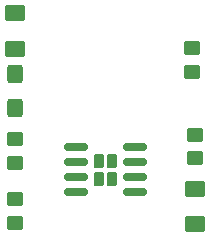
<source format=gbr>
%TF.GenerationSoftware,KiCad,Pcbnew,(6.0.10)*%
%TF.CreationDate,2023-02-16T14:38:27-08:00*%
%TF.ProjectId,lab4_ex2,6c616234-5f65-4783-922e-6b696361645f,rev?*%
%TF.SameCoordinates,Original*%
%TF.FileFunction,Paste,Top*%
%TF.FilePolarity,Positive*%
%FSLAX46Y46*%
G04 Gerber Fmt 4.6, Leading zero omitted, Abs format (unit mm)*
G04 Created by KiCad (PCBNEW (6.0.10)) date 2023-02-16 14:38:27*
%MOMM*%
%LPD*%
G01*
G04 APERTURE LIST*
G04 Aperture macros list*
%AMRoundRect*
0 Rectangle with rounded corners*
0 $1 Rounding radius*
0 $2 $3 $4 $5 $6 $7 $8 $9 X,Y pos of 4 corners*
0 Add a 4 corners polygon primitive as box body*
4,1,4,$2,$3,$4,$5,$6,$7,$8,$9,$2,$3,0*
0 Add four circle primitives for the rounded corners*
1,1,$1+$1,$2,$3*
1,1,$1+$1,$4,$5*
1,1,$1+$1,$6,$7*
1,1,$1+$1,$8,$9*
0 Add four rect primitives between the rounded corners*
20,1,$1+$1,$2,$3,$4,$5,0*
20,1,$1+$1,$4,$5,$6,$7,0*
20,1,$1+$1,$6,$7,$8,$9,0*
20,1,$1+$1,$8,$9,$2,$3,0*%
G04 Aperture macros list end*
%ADD10RoundRect,0.250000X-0.450000X0.350000X-0.450000X-0.350000X0.450000X-0.350000X0.450000X0.350000X0*%
%ADD11RoundRect,0.250000X0.450000X-0.350000X0.450000X0.350000X-0.450000X0.350000X-0.450000X-0.350000X0*%
%ADD12RoundRect,0.250000X0.425000X-0.537500X0.425000X0.537500X-0.425000X0.537500X-0.425000X-0.537500X0*%
%ADD13RoundRect,0.250001X0.624999X-0.462499X0.624999X0.462499X-0.624999X0.462499X-0.624999X-0.462499X0*%
%ADD14RoundRect,0.230000X-0.230000X-0.375000X0.230000X-0.375000X0.230000X0.375000X-0.230000X0.375000X0*%
%ADD15RoundRect,0.150000X-0.825000X-0.150000X0.825000X-0.150000X0.825000X0.150000X-0.825000X0.150000X0*%
%ADD16RoundRect,0.250001X-0.624999X0.462499X-0.624999X-0.462499X0.624999X-0.462499X0.624999X0.462499X0*%
G04 APERTURE END LIST*
D10*
%TO.C,R2*%
X154940000Y-101140000D03*
X154940000Y-103140000D03*
%TD*%
D11*
%TO.C,R4*%
X139700000Y-103540000D03*
X139700000Y-101540000D03*
%TD*%
%TO.C,R3*%
X139700000Y-108620000D03*
X139700000Y-106620000D03*
%TD*%
D10*
%TO.C,R1*%
X154645000Y-93838808D03*
X154645000Y-95838808D03*
%TD*%
D12*
%TO.C,C1*%
X139700000Y-98897500D03*
X139700000Y-96022500D03*
%TD*%
D13*
%TO.C,D1*%
X154940000Y-108707500D03*
X154940000Y-105732500D03*
%TD*%
D14*
%TO.C,U1*%
X146750000Y-104890000D03*
X146750000Y-103390000D03*
X147890000Y-103390000D03*
X147890000Y-104890000D03*
D15*
X144845000Y-102235000D03*
X144845000Y-103505000D03*
X144845000Y-104775000D03*
X144845000Y-106045000D03*
X149795000Y-106045000D03*
X149795000Y-104775000D03*
X149795000Y-103505000D03*
X149795000Y-102235000D03*
%TD*%
D16*
%TO.C,D2*%
X139700000Y-90892500D03*
X139700000Y-93867500D03*
%TD*%
M02*

</source>
